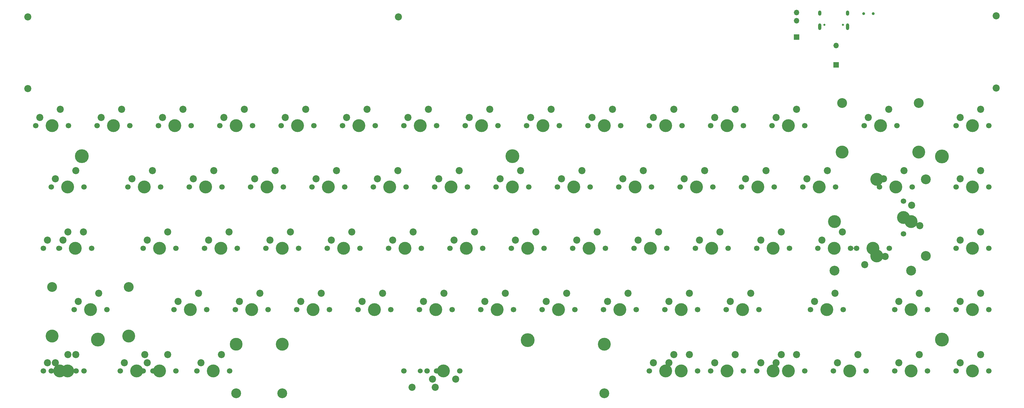
<source format=gbr>
%TF.GenerationSoftware,KiCad,Pcbnew,(5.99.0-8557-g8988e46ab1)*%
%TF.CreationDate,2021-03-06T06:48:04-07:00*%
%TF.ProjectId,SF65,53463635-2e6b-4696-9361-645f70636258,rev?*%
%TF.SameCoordinates,Original*%
%TF.FileFunction,Soldermask,Bot*%
%TF.FilePolarity,Negative*%
%FSLAX46Y46*%
G04 Gerber Fmt 4.6, Leading zero omitted, Abs format (unit mm)*
G04 Created by KiCad (PCBNEW (5.99.0-8557-g8988e46ab1)) date 2021-03-06 06:48:04*
%MOMM*%
%LPD*%
G01*
G04 APERTURE LIST*
%ADD10C,0.650000*%
%ADD11O,1.000000X2.100000*%
%ADD12O,1.000000X1.600000*%
%ADD13C,1.700000*%
%ADD14C,4.000000*%
%ADD15C,2.200000*%
%ADD16C,4.300000*%
%ADD17C,1.524000*%
%ADD18C,3.050000*%
%ADD19R,1.700000X1.700000*%
%ADD20O,1.700000X1.700000*%
%ADD21C,0.900000*%
%ADD22C,3.048000*%
%ADD23C,3.987800*%
G04 APERTURE END LIST*
D10*
%TO.C,J1*%
X277604456Y-2397458D03*
X271824456Y-2397458D03*
D11*
X270394456Y-2927458D03*
D12*
X270394456Y1252542D03*
D11*
X279034456Y-2927458D03*
D12*
X279034456Y1252542D03*
%TD*%
D13*
%TO.C,SW55*%
X222280000Y-90805000D03*
X232440000Y-90805000D03*
D14*
X227360000Y-90805000D03*
D15*
X229900000Y-85725000D03*
X223550000Y-88265000D03*
%TD*%
D16*
%TO.C,H10*%
X46322500Y-100180000D03*
%TD*%
D13*
%TO.C,SW19*%
X103852500Y-52705000D03*
D14*
X98772500Y-52705000D03*
D13*
X93692500Y-52705000D03*
D15*
X101312500Y-47625000D03*
X94962500Y-50165000D03*
%TD*%
D13*
%TO.C,SW17*%
X60355000Y-109855000D03*
X70515000Y-109855000D03*
D14*
X65435000Y-109855000D03*
D15*
X67975000Y-104775000D03*
X61625000Y-107315000D03*
%TD*%
D13*
%TO.C,SW8*%
X46067500Y-33655000D03*
X56227500Y-33655000D03*
D14*
X51147500Y-33655000D03*
D15*
X53687500Y-28575000D03*
X47337500Y-31115000D03*
%TD*%
D14*
%TO.C,SW44*%
X222597500Y-109855000D03*
D13*
X217517500Y-109855000D03*
X227677500Y-109855000D03*
D15*
X225137500Y-104775000D03*
X218787500Y-107315000D03*
%TD*%
D13*
%TO.C,SW46*%
X198467500Y-33655000D03*
D14*
X203547500Y-33655000D03*
D13*
X208627500Y-33655000D03*
D15*
X206087500Y-28575000D03*
X199737500Y-31115000D03*
%TD*%
D13*
%TO.C,SW1*%
X39558750Y-71755000D03*
D17*
X34478750Y-71755000D03*
D13*
X29398750Y-71755000D03*
D15*
X37018750Y-66675000D03*
X30668750Y-69215000D03*
%TD*%
D13*
%TO.C,SW35*%
X156240000Y-90805000D03*
X146080000Y-90805000D03*
D14*
X151160000Y-90805000D03*
D15*
X153700000Y-85725000D03*
X147350000Y-88265000D03*
%TD*%
D13*
%TO.C,SW5*%
X38923750Y-90805000D03*
D14*
X55903750Y-99045000D03*
D13*
X49083750Y-90805000D03*
D14*
X44003750Y-90805000D03*
D18*
X32103750Y-83805000D03*
D14*
X32103750Y-99045000D03*
D18*
X55903750Y-83805000D03*
D15*
X46543750Y-85725000D03*
X40193750Y-88265000D03*
%TD*%
D13*
%TO.C,SW60*%
X241330000Y-90805000D03*
D14*
X246410000Y-90805000D03*
D13*
X251490000Y-90805000D03*
D15*
X248950000Y-85725000D03*
X242600000Y-88265000D03*
%TD*%
D13*
%TO.C,SW47*%
X218152500Y-52705000D03*
X207992500Y-52705000D03*
D14*
X213072500Y-52705000D03*
D15*
X215612500Y-47625000D03*
X209262500Y-50165000D03*
%TD*%
D13*
%TO.C,SW40*%
X189577500Y-33655000D03*
D14*
X184497500Y-33655000D03*
D13*
X179417500Y-33655000D03*
D15*
X187037500Y-28575000D03*
X180687500Y-31115000D03*
%TD*%
D14*
%TO.C,SW34*%
X160685000Y-71755000D03*
D13*
X155605000Y-71755000D03*
X165765000Y-71755000D03*
D15*
X163225000Y-66675000D03*
X156875000Y-69215000D03*
%TD*%
%TO.C,H2*%
X325172500Y-22030000D03*
%TD*%
D13*
%TO.C,SW43*%
X184180000Y-90805000D03*
X194340000Y-90805000D03*
D14*
X189260000Y-90805000D03*
D15*
X191800000Y-85725000D03*
X185450000Y-88265000D03*
%TD*%
D14*
%TO.C,SW53*%
X232122500Y-52705000D03*
D13*
X227042500Y-52705000D03*
X237202500Y-52705000D03*
D15*
X234662500Y-47625000D03*
X228312500Y-50165000D03*
%TD*%
D14*
%TO.C,SW12*%
X70197500Y-33655000D03*
D13*
X65117500Y-33655000D03*
X75277500Y-33655000D03*
D15*
X72737500Y-28575000D03*
X66387500Y-31115000D03*
%TD*%
D13*
%TO.C,SW75*%
X312767500Y-90805000D03*
X322927500Y-90805000D03*
D14*
X317847500Y-90805000D03*
D15*
X320387500Y-85725000D03*
X314037500Y-88265000D03*
%TD*%
D13*
%TO.C,SW52*%
X217517500Y-33655000D03*
D14*
X222597500Y-33655000D03*
D13*
X227677500Y-33655000D03*
D15*
X225137500Y-28575000D03*
X218787500Y-31115000D03*
%TD*%
D13*
%TO.C,SW42*%
X193705000Y-71755000D03*
X203865000Y-71755000D03*
D14*
X198785000Y-71755000D03*
D15*
X201325000Y-66675000D03*
X194975000Y-69215000D03*
%TD*%
D14*
%TO.C,SW73*%
X317847500Y-52705000D03*
D13*
X312767500Y-52705000D03*
X322927500Y-52705000D03*
D15*
X320387500Y-47625000D03*
X314037500Y-50165000D03*
%TD*%
D19*
%TO.C,J3*%
X275500000Y-14830000D03*
D20*
X275500000Y-8830000D03*
%TD*%
D13*
%TO.C,SW69*%
X293717500Y-90805000D03*
D14*
X298797500Y-90805000D03*
D13*
X303877500Y-90805000D03*
D15*
X301337500Y-85725000D03*
X294987500Y-88265000D03*
%TD*%
D13*
%TO.C,SW20*%
X98455000Y-71755000D03*
D14*
X103535000Y-71755000D03*
D13*
X108615000Y-71755000D03*
D15*
X106075000Y-66675000D03*
X99725000Y-69215000D03*
%TD*%
D14*
%TO.C,SW63*%
X272603750Y-90805000D03*
D13*
X277683750Y-90805000D03*
X267523750Y-90805000D03*
D15*
X275143750Y-85725000D03*
X268793750Y-88265000D03*
%TD*%
%TO.C,H5*%
X24572500Y70000D03*
%TD*%
D16*
%TO.C,H6*%
X41322500Y-43180000D03*
%TD*%
D15*
%TO.C,H4*%
X24572500Y-22130000D03*
%TD*%
D16*
%TO.C,H11*%
X179735000Y-100330000D03*
%TD*%
D14*
%TO.C,SW3*%
X36860000Y-52705000D03*
D13*
X41940000Y-52705000D03*
X31780000Y-52705000D03*
D15*
X39400000Y-47625000D03*
X33050000Y-50165000D03*
%TD*%
D13*
%TO.C,SW30*%
X148461250Y-109855000D03*
D14*
X153541250Y-109855000D03*
X103541250Y-101615000D03*
D13*
X158621250Y-109855000D03*
D18*
X203541250Y-116855000D03*
X103541250Y-116855000D03*
D14*
X203541250Y-101615000D03*
D15*
X151001250Y-114935000D03*
X157351250Y-112395000D03*
%TD*%
D14*
%TO.C,SW23*%
X117822500Y-52705000D03*
D13*
X112742500Y-52705000D03*
X122902500Y-52705000D03*
D15*
X120362500Y-47625000D03*
X114012500Y-50165000D03*
%TD*%
D13*
%TO.C,SW51*%
X250855000Y-109855000D03*
D14*
X255935000Y-109855000D03*
D13*
X261015000Y-109855000D03*
D15*
X258475000Y-104775000D03*
X252125000Y-107315000D03*
%TD*%
D21*
%TO.C,BATT1*%
X284035000Y1120000D03*
X287035000Y1120000D03*
%TD*%
D13*
%TO.C,SW64*%
X274667500Y-109855000D03*
D14*
X279747500Y-109855000D03*
D13*
X284827500Y-109855000D03*
D15*
X282287500Y-104775000D03*
X275937500Y-107315000D03*
%TD*%
D13*
%TO.C,SW28*%
X146715000Y-71755000D03*
D14*
X141635000Y-71755000D03*
D13*
X136555000Y-71755000D03*
D15*
X144175000Y-66675000D03*
X137825000Y-69215000D03*
%TD*%
D22*
%TO.C,SW31*%
X203547500Y-116840000D03*
D13*
X141317500Y-109855000D03*
D23*
X89247500Y-101600000D03*
D17*
X146397500Y-109855000D03*
D13*
X151477500Y-109855000D03*
D22*
X89247500Y-116840000D03*
D23*
X203547500Y-101600000D03*
D15*
X143857500Y-114935000D03*
X150207500Y-112395000D03*
%TD*%
D13*
%TO.C,SW24*%
X127665000Y-71755000D03*
X117505000Y-71755000D03*
D14*
X122585000Y-71755000D03*
D15*
X125125000Y-66675000D03*
X118775000Y-69215000D03*
%TD*%
D14*
%TO.C,SW18*%
X89247500Y-33655000D03*
D13*
X84167500Y-33655000D03*
X94327500Y-33655000D03*
D15*
X91787500Y-28575000D03*
X85437500Y-31115000D03*
%TD*%
D16*
%TO.C,H1*%
X174972500Y-43180000D03*
%TD*%
D13*
%TO.C,SW76*%
X322927500Y-109855000D03*
D14*
X317847500Y-109855000D03*
D13*
X312767500Y-109855000D03*
D15*
X320387500Y-104775000D03*
X314037500Y-107315000D03*
%TD*%
D13*
%TO.C,SW39*%
X165130000Y-90805000D03*
X175290000Y-90805000D03*
D14*
X170210000Y-90805000D03*
D15*
X172750000Y-85725000D03*
X166400000Y-88265000D03*
%TD*%
D13*
%TO.C,SW59*%
X261015000Y-71755000D03*
D14*
X255935000Y-71755000D03*
D13*
X250855000Y-71755000D03*
D15*
X258475000Y-66675000D03*
X252125000Y-69215000D03*
%TD*%
D13*
%TO.C,SW13*%
X84802500Y-52705000D03*
X74642500Y-52705000D03*
D14*
X79722500Y-52705000D03*
D15*
X82262500Y-47625000D03*
X75912500Y-50165000D03*
%TD*%
D14*
%TO.C,SW6*%
X34478750Y-109855000D03*
D13*
X29398750Y-109855000D03*
X39558750Y-109855000D03*
D15*
X37018750Y-104775000D03*
X30668750Y-107315000D03*
%TD*%
D13*
%TO.C,SW77*%
X269855000Y-71755000D03*
X280015000Y-71755000D03*
D14*
X274935000Y-71755000D03*
D15*
X277475000Y-66675000D03*
X271125000Y-69215000D03*
%TD*%
D13*
%TO.C,SW9*%
X55592500Y-52705000D03*
D14*
X60672500Y-52705000D03*
D13*
X65752500Y-52705000D03*
D15*
X63212500Y-47625000D03*
X56862500Y-50165000D03*
%TD*%
D14*
%TO.C,SW22*%
X108297500Y-33655000D03*
D13*
X103217500Y-33655000D03*
X113377500Y-33655000D03*
D15*
X110837500Y-28575000D03*
X104487500Y-31115000D03*
%TD*%
D14*
%TO.C,SW2*%
X32097500Y-33655000D03*
D13*
X27017500Y-33655000D03*
X37177500Y-33655000D03*
D15*
X34637500Y-28575000D03*
X28287500Y-31115000D03*
%TD*%
D13*
%TO.C,SW41*%
X188942500Y-52705000D03*
X199102500Y-52705000D03*
D14*
X194022500Y-52705000D03*
D15*
X196562500Y-47625000D03*
X190212500Y-50165000D03*
%TD*%
D13*
%TO.C,SW36*%
X170527500Y-33655000D03*
X160367500Y-33655000D03*
D14*
X165447500Y-33655000D03*
D15*
X167987500Y-28575000D03*
X161637500Y-31115000D03*
%TD*%
D13*
%TO.C,SW26*%
X122267500Y-33655000D03*
X132427500Y-33655000D03*
D14*
X127347500Y-33655000D03*
D15*
X129887500Y-28575000D03*
X123537500Y-31115000D03*
%TD*%
D14*
%TO.C,SW14*%
X84485000Y-71755000D03*
D13*
X89565000Y-71755000D03*
X79405000Y-71755000D03*
D15*
X87025000Y-66675000D03*
X80675000Y-69215000D03*
%TD*%
D13*
%TO.C,SW68*%
X291971250Y-71755000D03*
D18*
X274991250Y-78755000D03*
D14*
X286891250Y-71755000D03*
D13*
X281811250Y-71755000D03*
D14*
X298791250Y-63515000D03*
X274991250Y-63515000D03*
D18*
X298791250Y-78755000D03*
D15*
X284351250Y-76835000D03*
X290701250Y-74295000D03*
%TD*%
D13*
%TO.C,SW15*%
X69880000Y-90805000D03*
X80040000Y-90805000D03*
D14*
X74960000Y-90805000D03*
D15*
X77500000Y-85725000D03*
X71150000Y-88265000D03*
%TD*%
%TO.C,H7*%
X139572500Y70000D03*
%TD*%
D14*
%TO.C,SW71*%
X288146250Y-50330000D03*
D22*
X303386250Y-74130000D03*
D13*
X296416250Y-67310000D03*
D14*
X296416250Y-62230000D03*
D13*
X296416250Y-57150000D03*
D22*
X303386250Y-50330000D03*
D14*
X288146250Y-74130000D03*
D15*
X301496250Y-64770000D03*
X298956250Y-58420000D03*
%TD*%
D16*
%TO.C,H8*%
X308322500Y-100180000D03*
%TD*%
D15*
%TO.C,H3*%
X325172500Y470000D03*
%TD*%
D13*
%TO.C,SW16*%
X77023750Y-109855000D03*
X87183750Y-109855000D03*
D14*
X82103750Y-109855000D03*
D15*
X84643750Y-104775000D03*
X78293750Y-107315000D03*
%TD*%
D14*
%TO.C,SW61*%
X260697500Y-33655000D03*
D13*
X265777500Y-33655000D03*
X255617500Y-33655000D03*
D15*
X263237500Y-28575000D03*
X256887500Y-31115000D03*
%TD*%
D14*
%TO.C,SW27*%
X136872500Y-52705000D03*
D13*
X141952500Y-52705000D03*
X131792500Y-52705000D03*
D15*
X139412500Y-47625000D03*
X133062500Y-50165000D03*
%TD*%
D14*
%TO.C,SW67*%
X294035000Y-52705000D03*
D13*
X299115000Y-52705000D03*
X288955000Y-52705000D03*
D15*
X296575000Y-47625000D03*
X290225000Y-50165000D03*
%TD*%
D14*
%TO.C,SW11*%
X58291250Y-109855000D03*
D13*
X63371250Y-109855000D03*
X53211250Y-109855000D03*
D15*
X60831250Y-104775000D03*
X54481250Y-107315000D03*
%TD*%
D13*
%TO.C,SW58*%
X246092500Y-52705000D03*
D14*
X251172500Y-52705000D03*
D13*
X256252500Y-52705000D03*
D15*
X253712500Y-47625000D03*
X247362500Y-50165000D03*
%TD*%
D13*
%TO.C,SW7*%
X31780000Y-109855000D03*
X41940000Y-109855000D03*
D14*
X36860000Y-109855000D03*
D15*
X39400000Y-104775000D03*
X33050000Y-107315000D03*
%TD*%
D13*
%TO.C,SW32*%
X151477500Y-33655000D03*
D14*
X146397500Y-33655000D03*
D13*
X141317500Y-33655000D03*
D15*
X148937500Y-28575000D03*
X142587500Y-31115000D03*
%TD*%
D13*
%TO.C,SW37*%
X180052500Y-52705000D03*
D14*
X174972500Y-52705000D03*
D13*
X169892500Y-52705000D03*
D15*
X177512500Y-47625000D03*
X171162500Y-50165000D03*
%TD*%
D13*
%TO.C,SW56*%
X255617500Y-109855000D03*
X265777500Y-109855000D03*
D14*
X260697500Y-109855000D03*
D15*
X263237500Y-104775000D03*
X256887500Y-107315000D03*
%TD*%
D13*
%TO.C,SW57*%
X246727500Y-33655000D03*
X236567500Y-33655000D03*
D14*
X241647500Y-33655000D03*
D15*
X244187500Y-28575000D03*
X237837500Y-31115000D03*
%TD*%
D14*
%TO.C,SW50*%
X241647500Y-109855000D03*
D13*
X246727500Y-109855000D03*
X236567500Y-109855000D03*
D15*
X244187500Y-104775000D03*
X237837500Y-107315000D03*
%TD*%
D13*
%TO.C,SW21*%
X88930000Y-90805000D03*
D14*
X94010000Y-90805000D03*
D13*
X99090000Y-90805000D03*
D15*
X96550000Y-85725000D03*
X90200000Y-88265000D03*
%TD*%
D13*
%TO.C,SW62*%
X275302500Y-52705000D03*
X265142500Y-52705000D03*
D14*
X270222500Y-52705000D03*
D15*
X272762500Y-47625000D03*
X266412500Y-50165000D03*
%TD*%
D13*
%TO.C,SW29*%
X127030000Y-90805000D03*
D14*
X132110000Y-90805000D03*
D13*
X137190000Y-90805000D03*
D15*
X134650000Y-85725000D03*
X128300000Y-88265000D03*
%TD*%
D16*
%TO.C,H9*%
X308322500Y-43280000D03*
%TD*%
D13*
%TO.C,SW38*%
X174655000Y-71755000D03*
X184815000Y-71755000D03*
D14*
X179735000Y-71755000D03*
D15*
X182275000Y-66675000D03*
X175925000Y-69215000D03*
%TD*%
D14*
%TO.C,SW48*%
X217835000Y-71755000D03*
D13*
X212755000Y-71755000D03*
X222915000Y-71755000D03*
D15*
X220375000Y-66675000D03*
X214025000Y-69215000D03*
%TD*%
D13*
%TO.C,SW33*%
X161002500Y-52705000D03*
X150842500Y-52705000D03*
D14*
X155922500Y-52705000D03*
D15*
X158462500Y-47625000D03*
X152112500Y-50165000D03*
%TD*%
D14*
%TO.C,SW49*%
X208310000Y-90805000D03*
D13*
X203230000Y-90805000D03*
X213390000Y-90805000D03*
D15*
X210850000Y-85725000D03*
X204500000Y-88265000D03*
%TD*%
D14*
%TO.C,SW72*%
X317847500Y-33655000D03*
D13*
X312767500Y-33655000D03*
X322927500Y-33655000D03*
D15*
X320387500Y-28575000D03*
X314037500Y-31115000D03*
%TD*%
D14*
%TO.C,SW70*%
X298797500Y-109855000D03*
D13*
X303877500Y-109855000D03*
X293717500Y-109855000D03*
D15*
X301337500Y-104775000D03*
X294987500Y-107315000D03*
%TD*%
D19*
%TO.C,SWD/C1*%
X263200000Y-6130000D03*
D20*
X263200000Y-1050000D03*
X263200000Y1490000D03*
%TD*%
D13*
%TO.C,SW74*%
X312767500Y-71755000D03*
D14*
X317847500Y-71755000D03*
D13*
X322927500Y-71755000D03*
D15*
X320387500Y-66675000D03*
X314037500Y-69215000D03*
%TD*%
D13*
%TO.C,SW45*%
X232440000Y-109855000D03*
D14*
X227360000Y-109855000D03*
D13*
X222280000Y-109855000D03*
D15*
X229900000Y-104775000D03*
X223550000Y-107315000D03*
%TD*%
D13*
%TO.C,SW4*%
X34161250Y-71755000D03*
D14*
X39241250Y-71755000D03*
D13*
X44321250Y-71755000D03*
D15*
X41781250Y-66675000D03*
X35431250Y-69215000D03*
%TD*%
D14*
%TO.C,SW66*%
X277372500Y-41895000D03*
D18*
X301172500Y-26655000D03*
D14*
X289272500Y-33655000D03*
D13*
X294352500Y-33655000D03*
D18*
X277372500Y-26655000D03*
D14*
X301172500Y-41895000D03*
D13*
X284192500Y-33655000D03*
D15*
X291812500Y-28575000D03*
X285462500Y-31115000D03*
%TD*%
D14*
%TO.C,SW10*%
X65435000Y-71755000D03*
D13*
X60355000Y-71755000D03*
X70515000Y-71755000D03*
D15*
X67975000Y-66675000D03*
X61625000Y-69215000D03*
%TD*%
D14*
%TO.C,SW25*%
X113060000Y-90805000D03*
D13*
X118140000Y-90805000D03*
X107980000Y-90805000D03*
D15*
X115600000Y-85725000D03*
X109250000Y-88265000D03*
%TD*%
D13*
%TO.C,SW54*%
X231805000Y-71755000D03*
X241965000Y-71755000D03*
D14*
X236885000Y-71755000D03*
D15*
X239425000Y-66675000D03*
X233075000Y-69215000D03*
%TD*%
G36*
X280847563Y-71576369D02*
G01*
X280848004Y-71577726D01*
X280848091Y-71578135D01*
X280855402Y-71647696D01*
X280876728Y-71686974D01*
X280919171Y-71699546D01*
X280958176Y-71678368D01*
X280964688Y-71662647D01*
X280966275Y-71661429D01*
X280968123Y-71662194D01*
X280968536Y-71663419D01*
X280967907Y-71843638D01*
X280969715Y-71852003D01*
X280969103Y-71853908D01*
X280967149Y-71854330D01*
X280966002Y-71853380D01*
X280949522Y-71823026D01*
X280907079Y-71810454D01*
X280868074Y-71831632D01*
X280855414Y-71862197D01*
X280848091Y-71931865D01*
X280848004Y-71932274D01*
X280846644Y-71936461D01*
X280845158Y-71937799D01*
X280843256Y-71937181D01*
X280842755Y-71935613D01*
X280862979Y-71760813D01*
X280863000Y-71755102D01*
X280843673Y-71577203D01*
X280844480Y-71575373D01*
X280846468Y-71575157D01*
X280847563Y-71576369D01*
G37*
M02*

</source>
